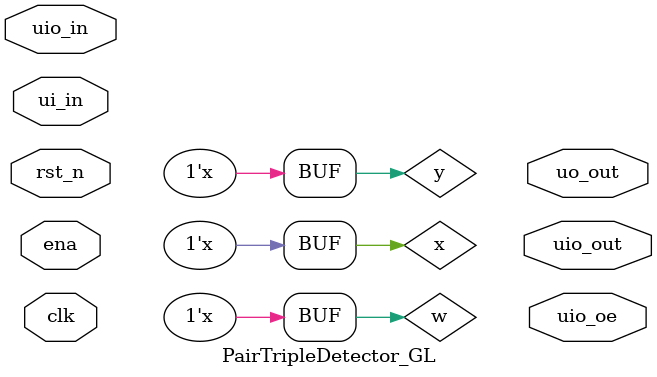
<source format=v>
/*
 * Copyright (c) 2024 Your Name
 * SPDX-License-Identifier: Apache-2.0
 */

//========================================================================
// PairTripleDetector_GL
//========================================================================

`ifndef PAIR_TRIPLE_DETECTOR_GL_V
`define PAIR_TRIPLE_DETECTOR_GL_V

module PairTripleDetector_GL #(parameter MAX_COUNT = 10_000_000)
(
  input  wire [7:0] ui_in,   //Dedicated inputs- connected to the input switches
  output  wire [7:0] uo_out, //Dedicated outputs- connected to the seven segment display
  input  wire [7:0] uio_in,   //IOs: Bidirectional Input Path
  output wire [7:0] uio_out,  //IOs: Bidirectional Output Path
  output wire [7:0] uio_oe,  //IOs: Bidirectional Enable Path (active high: 0=input, 1=output)
  input wire ena,            //goes high when design enabled
  input wire clk,            //clock
  input wire rst_n           //reset n- low to reset

);

  wire w;
  wire y;
  wire x; 
  or top_or (w, in[0], in[1]);
  and middle_and (y, w, in[2]);
  and bottom_and (x, in[0], in[1]);
  or last_or (out[0], y, x);


endmodule

`endif /* PAIR_TRIPLE_DETECTOR_GL_V */

</source>
